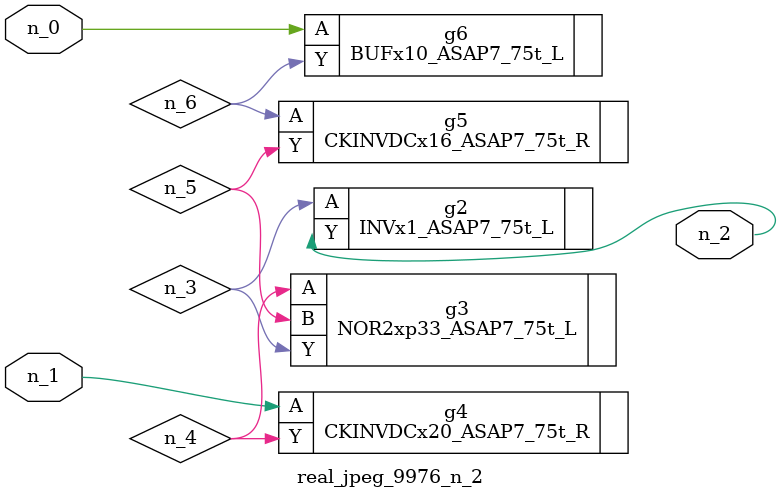
<source format=v>
module real_jpeg_9976_n_2 (n_1, n_0, n_2);

input n_1;
input n_0;

output n_2;

wire n_5;
wire n_4;
wire n_6;
wire n_3;

BUFx10_ASAP7_75t_L g6 ( 
.A(n_0),
.Y(n_6)
);

CKINVDCx20_ASAP7_75t_R g4 ( 
.A(n_1),
.Y(n_4)
);

INVx1_ASAP7_75t_L g2 ( 
.A(n_3),
.Y(n_2)
);

NOR2xp33_ASAP7_75t_L g3 ( 
.A(n_4),
.B(n_5),
.Y(n_3)
);

CKINVDCx16_ASAP7_75t_R g5 ( 
.A(n_6),
.Y(n_5)
);


endmodule
</source>
